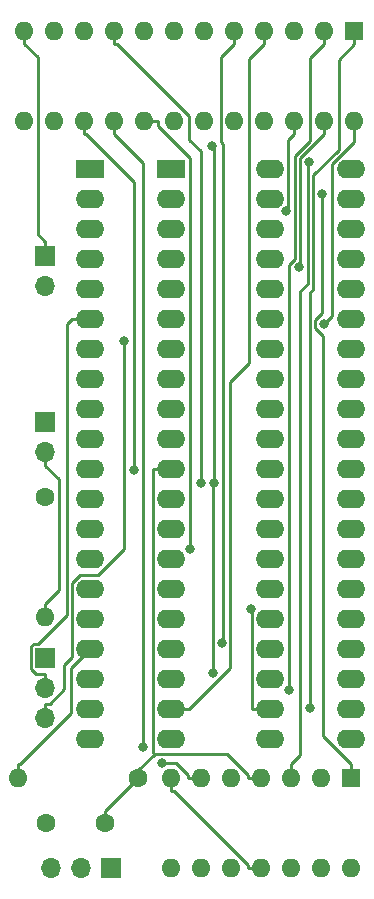
<source format=gtl>
G04 #@! TF.GenerationSoftware,KiCad,Pcbnew,(6.0.11)*
G04 #@! TF.CreationDate,2024-06-07T20:39:17+02:00*
G04 #@! TF.ProjectId,z80-dot-gal,7a38302d-646f-4742-9d67-616c2e6b6963,rev?*
G04 #@! TF.SameCoordinates,Original*
G04 #@! TF.FileFunction,Copper,L1,Top*
G04 #@! TF.FilePolarity,Positive*
%FSLAX46Y46*%
G04 Gerber Fmt 4.6, Leading zero omitted, Abs format (unit mm)*
G04 Created by KiCad (PCBNEW (6.0.11)) date 2024-06-07 20:39:17*
%MOMM*%
%LPD*%
G01*
G04 APERTURE LIST*
G04 #@! TA.AperFunction,ComponentPad*
%ADD10C,1.600000*%
G04 #@! TD*
G04 #@! TA.AperFunction,ComponentPad*
%ADD11R,1.700000X1.700000*%
G04 #@! TD*
G04 #@! TA.AperFunction,ComponentPad*
%ADD12O,1.700000X1.700000*%
G04 #@! TD*
G04 #@! TA.AperFunction,ComponentPad*
%ADD13R,1.600000X1.600000*%
G04 #@! TD*
G04 #@! TA.AperFunction,ComponentPad*
%ADD14O,1.600000X1.600000*%
G04 #@! TD*
G04 #@! TA.AperFunction,ComponentPad*
%ADD15R,2.400000X1.600000*%
G04 #@! TD*
G04 #@! TA.AperFunction,ComponentPad*
%ADD16O,2.400000X1.600000*%
G04 #@! TD*
G04 #@! TA.AperFunction,ViaPad*
%ADD17C,0.800000*%
G04 #@! TD*
G04 #@! TA.AperFunction,Conductor*
%ADD18C,0.250000*%
G04 #@! TD*
G04 APERTURE END LIST*
D10*
X121920000Y-129794000D03*
X116920000Y-129794000D03*
D11*
X116840000Y-81788000D03*
D12*
X116840000Y-84328000D03*
X116840000Y-98425000D03*
D11*
X116840000Y-95885000D03*
D13*
X142753000Y-125994000D03*
D14*
X140213000Y-125994000D03*
X137673000Y-125994000D03*
X135133000Y-125994000D03*
X132593000Y-125994000D03*
X130053000Y-125994000D03*
X127513000Y-125994000D03*
X127513000Y-133614000D03*
X130053000Y-133614000D03*
X132593000Y-133614000D03*
X135133000Y-133614000D03*
X137673000Y-133614000D03*
X140213000Y-133614000D03*
X142753000Y-133614000D03*
D11*
X116840000Y-115839000D03*
D12*
X116840000Y-118379000D03*
X116840000Y-120919000D03*
X117333000Y-133604000D03*
X119873000Y-133604000D03*
D11*
X122413000Y-133604000D03*
D15*
X127508000Y-74422000D03*
D16*
X127508000Y-76962000D03*
X127508000Y-79502000D03*
X127508000Y-82042000D03*
X127508000Y-84582000D03*
X127508000Y-87122000D03*
X127508000Y-89662000D03*
X127508000Y-92202000D03*
X127508000Y-94742000D03*
X127508000Y-97282000D03*
X127508000Y-99822000D03*
X127508000Y-102362000D03*
X127508000Y-104902000D03*
X127508000Y-107442000D03*
X127508000Y-109982000D03*
X127508000Y-112522000D03*
X127508000Y-115062000D03*
X127508000Y-117602000D03*
X127508000Y-120142000D03*
X127508000Y-122682000D03*
X142748000Y-122682000D03*
X142748000Y-120142000D03*
X142748000Y-117602000D03*
X142748000Y-115062000D03*
X142748000Y-112522000D03*
X142748000Y-109982000D03*
X142748000Y-107442000D03*
X142748000Y-104902000D03*
X142748000Y-102362000D03*
X142748000Y-99822000D03*
X142748000Y-97282000D03*
X142748000Y-94742000D03*
X142748000Y-92202000D03*
X142748000Y-89662000D03*
X142748000Y-87122000D03*
X142748000Y-84582000D03*
X142748000Y-82042000D03*
X142748000Y-79502000D03*
X142748000Y-76962000D03*
X142748000Y-74422000D03*
D14*
X143002000Y-70358000D03*
X140462000Y-70358000D03*
X137922000Y-70358000D03*
X135382000Y-70358000D03*
X132842000Y-70358000D03*
X130302000Y-70358000D03*
X127762000Y-70358000D03*
X125222000Y-70358000D03*
X122682000Y-70358000D03*
X120142000Y-70358000D03*
X117602000Y-70358000D03*
X115062000Y-70358000D03*
X115062000Y-62738000D03*
X117602000Y-62738000D03*
X120142000Y-62738000D03*
X122682000Y-62738000D03*
X125222000Y-62738000D03*
X127762000Y-62738000D03*
X130302000Y-62738000D03*
X132842000Y-62738000D03*
X135382000Y-62738000D03*
X137922000Y-62738000D03*
X140462000Y-62738000D03*
D13*
X143002000Y-62738000D03*
D15*
X120645000Y-74422000D03*
D16*
X120645000Y-76962000D03*
X120645000Y-79502000D03*
X120645000Y-82042000D03*
X120645000Y-84582000D03*
X120645000Y-87122000D03*
X120645000Y-89662000D03*
X120645000Y-92202000D03*
X120645000Y-94742000D03*
X120645000Y-97282000D03*
X120645000Y-99822000D03*
X120645000Y-102362000D03*
X120645000Y-104902000D03*
X120645000Y-107442000D03*
X120645000Y-109982000D03*
X120645000Y-112522000D03*
X120645000Y-115062000D03*
X120645000Y-117602000D03*
X120645000Y-120142000D03*
X120645000Y-122682000D03*
X135885000Y-122682000D03*
X135885000Y-120142000D03*
X135885000Y-117602000D03*
X135885000Y-115062000D03*
X135885000Y-112522000D03*
X135885000Y-109982000D03*
X135885000Y-107442000D03*
X135885000Y-104902000D03*
X135885000Y-102362000D03*
X135885000Y-99822000D03*
X135885000Y-97282000D03*
X135885000Y-94742000D03*
X135885000Y-92202000D03*
X135885000Y-89662000D03*
X135885000Y-87122000D03*
X135885000Y-84582000D03*
X135885000Y-82042000D03*
X135885000Y-79502000D03*
X135885000Y-76962000D03*
X135885000Y-74422000D03*
D10*
X124714000Y-125984000D03*
D14*
X114554000Y-125984000D03*
D10*
X116840000Y-102235000D03*
D14*
X116840000Y-112395000D03*
D17*
X125130200Y-123416200D03*
X126753400Y-124753400D03*
X140246900Y-76577200D03*
X139151700Y-73826000D03*
X137239800Y-78021300D03*
X137440400Y-118599200D03*
X139205100Y-120075600D03*
X138298300Y-82770100D03*
X130968900Y-72488400D03*
X131129200Y-101076600D03*
X130990900Y-117116600D03*
X129981600Y-101013800D03*
X124306800Y-99968500D03*
X134231900Y-111741700D03*
X129109000Y-106618800D03*
X131754000Y-114601900D03*
X123486100Y-89051100D03*
X140415100Y-87567900D03*
D18*
X130053000Y-125994000D02*
X128926100Y-125994000D01*
X128926100Y-125760500D02*
X128926100Y-125994000D01*
X127919000Y-124753400D02*
X128926100Y-125760500D01*
X126753400Y-124753400D02*
X127919000Y-124753400D01*
X122682000Y-70358000D02*
X122682000Y-71484900D01*
X125130100Y-123416200D02*
X125130200Y-123416200D01*
X125130100Y-73933000D02*
X125130100Y-123416200D01*
X122682000Y-71484900D02*
X125130100Y-73933000D01*
X142753000Y-125994000D02*
X142753000Y-124867100D01*
X140246900Y-86656300D02*
X140246900Y-76577200D01*
X139672900Y-87230300D02*
X140246900Y-86656300D01*
X139672900Y-87905700D02*
X139672900Y-87230300D01*
X140342100Y-88574900D02*
X139672900Y-87905700D01*
X140342100Y-122456200D02*
X140342100Y-88574900D01*
X142753000Y-124867100D02*
X140342100Y-122456200D01*
X137673000Y-125994000D02*
X137673000Y-124867100D01*
X138427500Y-124112600D02*
X137673000Y-124867100D01*
X138427500Y-84782600D02*
X138427500Y-124112600D01*
X139044400Y-84165700D02*
X138427500Y-84782600D01*
X139044400Y-73933300D02*
X139044400Y-84165700D01*
X139151700Y-73826000D02*
X139044400Y-73933300D01*
X137922000Y-70358000D02*
X137922000Y-71484900D01*
X137413000Y-77848100D02*
X137239800Y-78021300D01*
X137413000Y-71993900D02*
X137413000Y-77848100D01*
X137922000Y-71484900D02*
X137413000Y-71993900D01*
X120645000Y-87122000D02*
X119118100Y-87122000D01*
X116840000Y-118379000D02*
X116840000Y-117202100D01*
X118660200Y-87579900D02*
X119118100Y-87122000D01*
X118660200Y-112224400D02*
X118660200Y-87579900D01*
X116222500Y-114662100D02*
X118660200Y-112224400D01*
X115854600Y-114662100D02*
X116222500Y-114662100D01*
X115663100Y-114853600D02*
X115854600Y-114662100D01*
X115663100Y-116824400D02*
X115663100Y-114853600D01*
X116040700Y-117202000D02*
X115663100Y-116824400D01*
X116840000Y-117202000D02*
X116040700Y-117202000D01*
X116840000Y-117202100D02*
X116840000Y-117202000D01*
X140462000Y-62738000D02*
X140462000Y-63864900D01*
X137440400Y-82600100D02*
X137440400Y-118599200D01*
X137966900Y-82073600D02*
X137440400Y-82600100D01*
X137966900Y-73343800D02*
X137966900Y-82073600D01*
X139244900Y-72065800D02*
X137966900Y-73343800D01*
X139244900Y-65082000D02*
X139244900Y-72065800D01*
X140462000Y-63864900D02*
X139244900Y-65082000D01*
X143002000Y-62738000D02*
X143002000Y-63864900D01*
X141658700Y-65208200D02*
X143002000Y-63864900D01*
X141658700Y-72842500D02*
X141658700Y-65208200D01*
X139515400Y-74985800D02*
X141658700Y-72842500D01*
X139515400Y-84652100D02*
X139515400Y-74985800D01*
X139205100Y-84962400D02*
X139515400Y-84652100D01*
X139205100Y-120075600D02*
X139205100Y-84962400D01*
X140462000Y-70358000D02*
X140462000Y-71484900D01*
X138419600Y-82648800D02*
X138298300Y-82770100D01*
X138419600Y-73530200D02*
X138419600Y-82648800D01*
X140462000Y-71487800D02*
X138419600Y-73530200D01*
X140462000Y-71484900D02*
X140462000Y-71487800D01*
X116188900Y-79960000D02*
X116840000Y-80611100D01*
X116188900Y-64991800D02*
X116188900Y-79960000D01*
X115062000Y-63864900D02*
X116188900Y-64991800D01*
X115062000Y-62738000D02*
X115062000Y-63864900D01*
X116840000Y-81788000D02*
X116840000Y-80611100D01*
X134006100Y-133380500D02*
X134006100Y-133614000D01*
X127746500Y-127120900D02*
X134006100Y-133380500D01*
X127513000Y-127120900D02*
X127746500Y-127120900D01*
X127513000Y-125994000D02*
X127513000Y-127120900D01*
X135133000Y-133614000D02*
X134006100Y-133614000D01*
X131129200Y-72648700D02*
X130968900Y-72488400D01*
X131129200Y-101076600D02*
X131129200Y-72648700D01*
X130990900Y-101214900D02*
X130990900Y-117116600D01*
X131129200Y-101076600D02*
X130990900Y-101214900D01*
X122682000Y-62738000D02*
X122682000Y-63864900D01*
X129981600Y-72932300D02*
X129981600Y-101013800D01*
X129032000Y-71982700D02*
X129981600Y-72932300D01*
X129032000Y-69981400D02*
X129032000Y-71982700D01*
X122915500Y-63864900D02*
X129032000Y-69981400D01*
X122682000Y-63864900D02*
X122915500Y-63864900D01*
X120258700Y-71484900D02*
X120142000Y-71484900D01*
X124306800Y-75533000D02*
X120258700Y-71484900D01*
X124306800Y-99968500D02*
X124306800Y-75533000D01*
X120142000Y-70358000D02*
X120142000Y-71484900D01*
X125222000Y-70358000D02*
X126348900Y-70358000D01*
X135885000Y-120142000D02*
X134358100Y-120142000D01*
X126348900Y-70788900D02*
X126348900Y-70358000D01*
X129109000Y-73549000D02*
X126348900Y-70788900D01*
X129109000Y-106618800D02*
X129109000Y-73549000D01*
X134358100Y-111867900D02*
X134231900Y-111741700D01*
X134358100Y-120142000D02*
X134358100Y-111867900D01*
X132842000Y-62738000D02*
X132842000Y-63864900D01*
X131714400Y-64992500D02*
X132842000Y-63864900D01*
X131714400Y-72205600D02*
X131714400Y-64992500D01*
X131857700Y-72348900D02*
X131714400Y-72205600D01*
X131857700Y-114498200D02*
X131857700Y-72348900D01*
X131754000Y-114601900D02*
X131857700Y-114498200D01*
X134112000Y-65134900D02*
X135382000Y-63864900D01*
X134112000Y-90877000D02*
X134112000Y-65134900D01*
X132494900Y-92494100D02*
X134112000Y-90877000D01*
X132494900Y-116682000D02*
X132494900Y-92494100D01*
X129034900Y-120142000D02*
X132494900Y-116682000D01*
X127508000Y-120142000D02*
X129034900Y-120142000D01*
X135382000Y-62738000D02*
X135382000Y-63864900D01*
X116840000Y-120919000D02*
X116840000Y-119742100D01*
X117205800Y-119742100D02*
X116840000Y-119742100D01*
X118458000Y-118489900D02*
X117205800Y-119742100D01*
X118458000Y-116416400D02*
X118458000Y-118489900D01*
X119118100Y-115756300D02*
X118458000Y-116416400D01*
X119118100Y-109483300D02*
X119118100Y-115756300D01*
X119770900Y-108830500D02*
X119118100Y-109483300D01*
X121317100Y-108830500D02*
X119770900Y-108830500D01*
X123486100Y-106661500D02*
X121317100Y-108830500D01*
X123486100Y-89051100D02*
X123486100Y-106661500D01*
X117983100Y-100745000D02*
X116840000Y-99601900D01*
X117983100Y-110125000D02*
X117983100Y-100745000D01*
X116840000Y-111268100D02*
X117983100Y-110125000D01*
X116840000Y-112395000D02*
X116840000Y-111268100D01*
X116840000Y-98425000D02*
X116840000Y-99601900D01*
X114554000Y-125984000D02*
X114554000Y-124857100D01*
X119032300Y-116674700D02*
X120645000Y-115062000D01*
X119032300Y-120519700D02*
X119032300Y-116674700D01*
X114694900Y-124857100D02*
X119032300Y-120519700D01*
X114554000Y-124857100D02*
X114694900Y-124857100D01*
X127508000Y-99822000D02*
X125981100Y-99822000D01*
X135133000Y-125994000D02*
X134006100Y-125994000D01*
X134006100Y-125760500D02*
X134006100Y-125994000D01*
X132247900Y-124002300D02*
X134006100Y-125760500D01*
X126085300Y-124002300D02*
X132247900Y-124002300D01*
X125981100Y-123898100D02*
X126085300Y-124002300D01*
X125981100Y-99822000D02*
X125981100Y-123898100D01*
X143002000Y-72156400D02*
X143002000Y-70358000D01*
X141098300Y-74060100D02*
X143002000Y-72156400D01*
X141098300Y-86884700D02*
X141098300Y-74060100D01*
X140415100Y-87567900D02*
X141098300Y-86884700D01*
X124714000Y-125373600D02*
X124714000Y-125984000D01*
X126085300Y-124002300D02*
X124714000Y-125373600D01*
X121920000Y-128778000D02*
X121920000Y-129794000D01*
X124714000Y-125984000D02*
X121920000Y-128778000D01*
M02*

</source>
